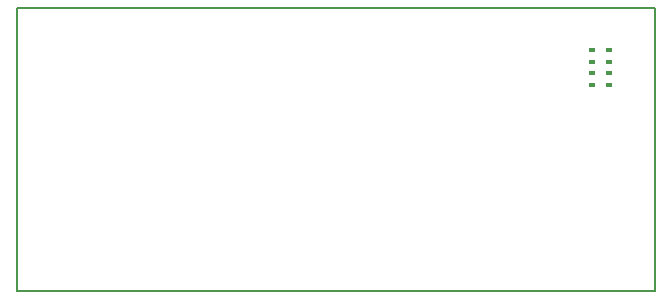
<source format=gbr>
G04 #@! TF.FileFunction,Paste,Top*
%FSLAX46Y46*%
G04 Gerber Fmt 4.6, Leading zero omitted, Abs format (unit mm)*
G04 Created by KiCad (PCBNEW 4.0.1-stable) date Mittwoch, 17. Februar 2016 08:22:42*
%MOMM*%
G01*
G04 APERTURE LIST*
%ADD10C,0.100000*%
%ADD11C,0.150000*%
%ADD12R,0.520000X0.400000*%
G04 APERTURE END LIST*
D10*
D11*
X0Y24000000D02*
X0Y0D01*
X54000000Y24000000D02*
X0Y24000000D01*
X54000000Y24000000D02*
X54000000Y0D01*
X0Y0D02*
X54000000Y0D01*
D12*
X50103000Y20378000D03*
X48703000Y20378000D03*
X50103000Y19408000D03*
X48703000Y19408000D03*
X50103000Y18438000D03*
X48703000Y18438000D03*
X50103000Y17468000D03*
X48703000Y17468000D03*
M02*

</source>
